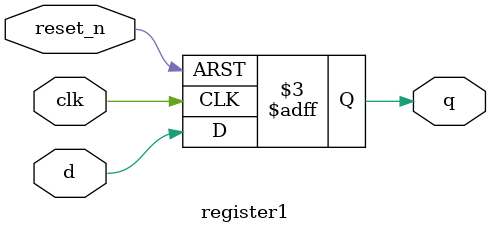
<source format=v>
module register1(clk, reset_n, d, q);
	input clk, reset_n;
	input d;
	output reg q;
	
	always@(posedge clk or negedge reset_n) begin
		if(reset_n == 1'b0)
			q <= 1'b0;
		else
			q <= d;
	end
endmodule
</source>
